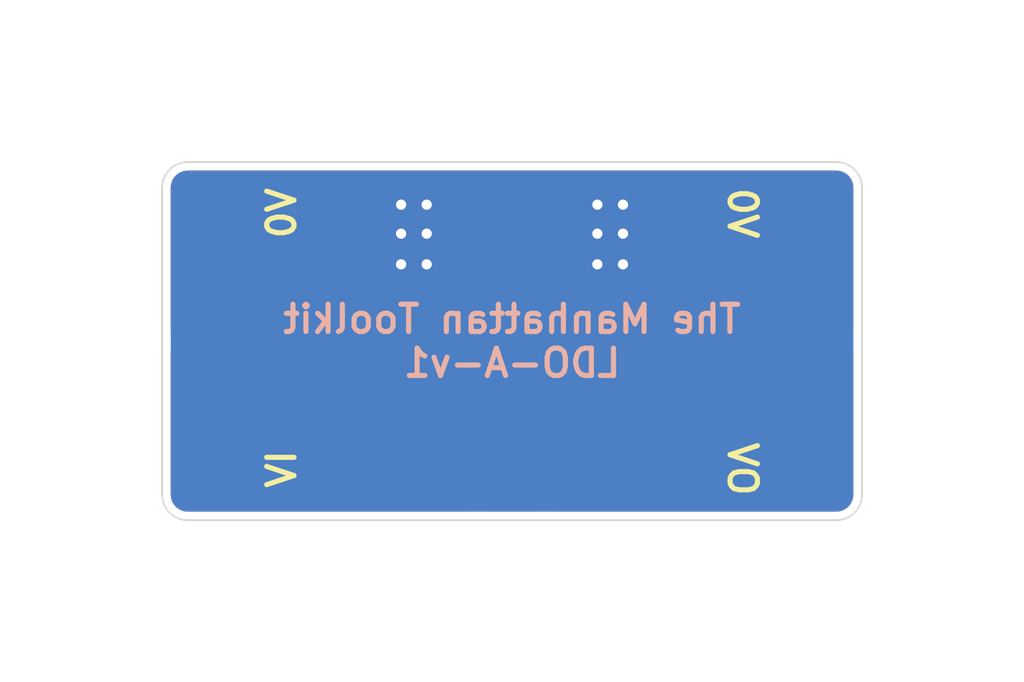
<source format=kicad_pcb>
(kicad_pcb (version 20240108) (generator "pcbnew") (generator_version "8.0")
  (layers (0 "F.Cu" signal) (31 "B.Cu" signal) (34 "B.Paste" user) (35 "F.Paste" user) (36 "B.SilkS" user "B.Silkscreen") (37 "F.SilkS" user "F.Silkscreen") (38 "B.Mask" user) (39 "F.Mask" user) (44 "Edge.Cuts" user))
  (net 0 "")
  (net 1 "+3.3V")
  (net 2 "GND")
  (net 3 "VCC")
  (footprint "Capacitor_SMD:C_1206_3216Metric" (layer "F.Cu") (at 143.25 100 90)
    (property "Reference" "C1" (hide yes))
    (property "Value" "C")
    (pad "1" smd roundrect (at -1.475 0 90) (size 1.15 1.8) (layers "F.Cu" "F.Paste" "F.Mask") (roundrect_rratio 0.217391) (net 3 "VCC"))
    (pad "2" smd roundrect (at 1.475 0 90) (size 1.15 1.8) (layers "F.Cu" "F.Paste" "F.Mask") (roundrect_rratio 0.217391) (net 2 "GND"))
  )
  (footprint "TestPoint:TestPoint_Pad_2.0x2.0mm" (layer "F.Cu") (at 141.25 96.25)
    (property "Reference" "TP1" (hide yes))
    (property "Value" "TestPoint")
    (pad "1" smd roundrect (at 0 0) (size 2 2) (layers "F.Cu" "F.Mask") (roundrect_rratio 0.125) (net 2 "GND"))
  )
  (footprint "TestPoint:TestPoint_Pad_2.0x2.0mm" (layer "F.Cu") (at 158.75 103.75 180)
    (property "Reference" "TP4" (hide yes))
    (property "Value" "TestPoint")
    (pad "1" smd roundrect (at 0 0 180) (size 2 2) (layers "F.Cu" "F.Mask") (roundrect_rratio 0.125) (net 1 "+3.3V"))
  )
  (footprint "Capacitor_SMD:C_1206_3216Metric" (layer "F.Cu") (at 145.5 100 90)
    (property "Reference" "C4" (hide yes))
    (property "Value" "C")
    (pad "1" smd roundrect (at -1.475 0 90) (size 1.15 1.8) (layers "F.Cu" "F.Paste" "F.Mask") (roundrect_rratio 0.217391) (net 3 "VCC"))
    (pad "2" smd roundrect (at 1.475 0 90) (size 1.15 1.8) (layers "F.Cu" "F.Paste" "F.Mask") (roundrect_rratio 0.217391) (net 2 "GND"))
  )
  (footprint "TestPoint:TestPoint_Pad_2.0x2.0mm" (layer "F.Cu") (at 158.75 96.25)
    (property "Reference" "TP2" (hide yes))
    (property "Value" "TestPoint")
    (pad "1" smd roundrect (at 0 0) (size 2 2) (layers "F.Cu" "F.Mask") (roundrect_rratio 0.125) (net 2 "GND"))
  )
  (footprint "Capacitor_SMD:C_1206_3216Metric" (layer "F.Cu") (at 154.5 100 90)
    (property "Reference" "C3" (hide yes))
    (property "Value" "C")
    (pad "1" smd roundrect (at -1.475 0 90) (size 1.15 1.8) (layers "F.Cu" "F.Paste" "F.Mask") (roundrect_rratio 0.217391) (net 1 "+3.3V"))
    (pad "2" smd roundrect (at 1.475 0 90) (size 1.15 1.8) (layers "F.Cu" "F.Paste" "F.Mask") (roundrect_rratio 0.217391) (net 2 "GND"))
  )
  (footprint "Package_TO_SOT_SMD:SOT-223-3_TabPin2" (layer "F.Cu") (at 150 100 90)
    (property "Reference" "U1" (hide yes))
    (property "Value" "TL1963A-33")
    (pad "1" smd roundrect (at -3.125 -2.3 90) (size 1.75 1.5) (layers "F.Cu" "F.Paste" "F.Mask") (roundrect_rratio 0.125) (net 3 "VCC"))
    (pad "2" smd roundrect (at -3.125 0 90) (size 1.75 1.5) (layers "F.Cu" "F.Paste" "F.Mask") (roundrect_rratio 0.125) (net 2 "GND"))
    (pad "2" smd roundrect (at 3.15 0 90) (size 2 3.8) (layers "F.Cu" "F.Paste" "F.Mask") (roundrect_rratio 0.125) (net 2 "GND"))
    (pad "3" smd roundrect (at -3.125 2.3 90) (size 1.75 1.5) (layers "F.Cu" "F.Paste" "F.Mask") (roundrect_rratio 0.125) (net 1 "+3.3V"))
  )
  (footprint "Capacitor_SMD:C_1206_3216Metric" (layer "F.Cu") (at 156.75 100 90)
    (property "Reference" "C2" (hide yes))
    (property "Value" "C")
    (pad "1" smd roundrect (at -1.475 0 90) (size 1.15 1.8) (layers "F.Cu" "F.Paste" "F.Mask") (roundrect_rratio 0.217391) (net 1 "+3.3V"))
    (pad "2" smd roundrect (at 1.475 0 90) (size 1.15 1.8) (layers "F.Cu" "F.Paste" "F.Mask") (roundrect_rratio 0.217391) (net 2 "GND"))
  )
  (footprint "TestPoint:TestPoint_Pad_2.0x2.0mm" (layer "F.Cu") (at 141.25 103.75 180)
    (property "Reference" "TP3" (hide yes))
    (property "Value" "TestPoint")
    (pad "1" smd roundrect (at 0 0 180) (size 2 2) (layers "F.Cu" "F.Mask") (roundrect_rratio 0.125) (net 3 "VCC"))
  )
  (gr_arc (start 139.75 95.5) (mid 139.96967 94.96967) (end 140.5 94.75) (stroke (width 0.05)) (layer "Edge.Cuts"))
  (gr_line (start 140.5 94.75) (end 159.5 94.75) (stroke (width 0.05)) (layer "Edge.Cuts"))
  (gr_arc (start 140.5 105.25) (mid 139.96967 105.03033) (end 139.75 104.5) (stroke (width 0.05)) (layer "Edge.Cuts"))
  (gr_line (start 139.75 104.5) (end 139.75 95.5) (stroke (width 0.05)) (layer "Edge.Cuts"))
  (gr_arc (start 159.5 94.75) (mid 160.03033 94.96967) (end 160.25 95.5) (stroke (width 0.05)) (layer "Edge.Cuts"))
  (gr_arc (start 160.25 104.5) (mid 160.03033 105.03033) (end 159.5 105.25) (stroke (width 0.05)) (layer "Edge.Cuts"))
  (gr_line (start 159.5 105.25) (end 140.5 105.25) (stroke (width 0.05)) (layer "Edge.Cuts"))
  (gr_line (start 160.25 95.5) (end 160.25 104.5) (stroke (width 0.05)) (layer "Edge.Cuts"))
  (gr_text "The Manhattan Toolkit\nLDO-A-v1" (at 150 100 0) (layer "B.SilkS") (effects (font (size 0.8 0.8)) (justify mirror)))
  (gr_text "VO" (at 156.75 103.75 270) (layer "F.SilkS") (effects (font (size 0.8 0.8) (thickness 0.15) (bold yes))))
  (gr_text "VI" (at 143.25 103.75 90) (layer "F.SilkS") (effects (font (size 0.8 0.8) (thickness 0.15) (bold yes))))
  (gr_text "0V" (at 156.75 96.25 -90) (layer "F.SilkS") (effects (font (size 0.8 0.8) (thickness 0.15) (bold yes))))
  (gr_text "0V" (at 143.25 96.25 90) (layer "F.SilkS") (effects (font (size 0.8 0.8) (thickness 0.15) (bold yes))))
  (via (at 153.25 96.85) (size 0.6) (drill 0.3) (layers "F.Cu" "B.Cu") (net 2))
  (via (at 152.5 97.75) (size 0.6) (drill 0.3) (layers "F.Cu" "B.Cu") (net 2))
  (via (at 146.75 96) (size 0.6) (drill 0.3) (layers "F.Cu" "B.Cu") (net 2))
  (via (at 152.5 96.85) (size 0.6) (drill 0.3) (layers "F.Cu" "B.Cu") (net 2))
  (via (at 147.5 96) (size 0.6) (drill 0.3) (layers "F.Cu" "B.Cu") (net 2))
  (via (at 146.75 96.85) (size 0.6) (drill 0.3) (layers "F.Cu" "B.Cu") (net 2))
  (via (at 147.5 97.75) (size 0.6) (drill 0.3) (layers "F.Cu" "B.Cu") (net 2))
  (via (at 147.5 96.85) (size 0.6) (drill 0.3) (layers "F.Cu" "B.Cu") (net 2))
  (via (at 153.25 96) (size 0.6) (drill 0.3) (layers "F.Cu" "B.Cu") (net 2))
  (via (at 146.75 97.75) (size 0.6) (drill 0.3) (layers "F.Cu" "B.Cu") (net 2))
  (via (at 152.5 96) (size 0.6) (drill 0.3) (layers "F.Cu" "B.Cu") (net 2))
  (via (at 153.25 97.75) (size 0.6) (drill 0.3) (layers "F.Cu" "B.Cu") (net 2))
  (zone (net 1) (net_name "+3.3V") (layer "F.Cu") (priority 2) (connect_pads yes (clearance 0.15)) (min_thickness 0.15) (fill yes (thermal_gap 0.15) (thermal_bridge_width 0.5) (smoothing fillet) (radius 0.25))
    (polygon (pts (xy 151.25 100.25) (xy 151.25 105.25) (xy 160.25 105.25) (xy 160.25 100.25)))
  )
  (zone (net 2) (net_name "GND") (layer "F.Cu") (connect_pads yes (clearance 0.15)) (min_thickness 0.15) (fill yes (thermal_gap 0.15) (thermal_bridge_width 0.5) (smoothing fillet) (radius 0.25))
    (polygon (pts (xy 139.75 94.75) (xy 139.75 99.75) (xy 149.25 99.75) (xy 149.25 105.25) (xy 150.75 105.25) (xy 150.75 99.75) (xy 160.25 99.75) (xy 160.25 94.75)))
  )
  (zone (net 3) (net_name "VCC") (layer "F.Cu") (priority 1) (connect_pads yes (clearance 0.15)) (min_thickness 0.15) (fill yes (thermal_gap 0.15) (thermal_bridge_width 0.5) (smoothing fillet) (radius 0.25))
    (polygon (pts (xy 139.75 105.25) (xy 139.75 100.25) (xy 148.75 100.25) (xy 148.75 105.25)))
  )
  (zone (net 2) (net_name "GND") (layer "B.Cu") (priority 3) (connect_pads yes (clearance 0.15)) (min_thickness 0.15) (fill yes (thermal_gap 0.15) (thermal_bridge_width 0.5) (smoothing fillet) (radius 0.25) (island_removal_mode 1) (island_area_min 10))
    (polygon (pts (xy 135 90) (xy 135 110) (xy 165 110) (xy 165 90)))
  )
)
</source>
